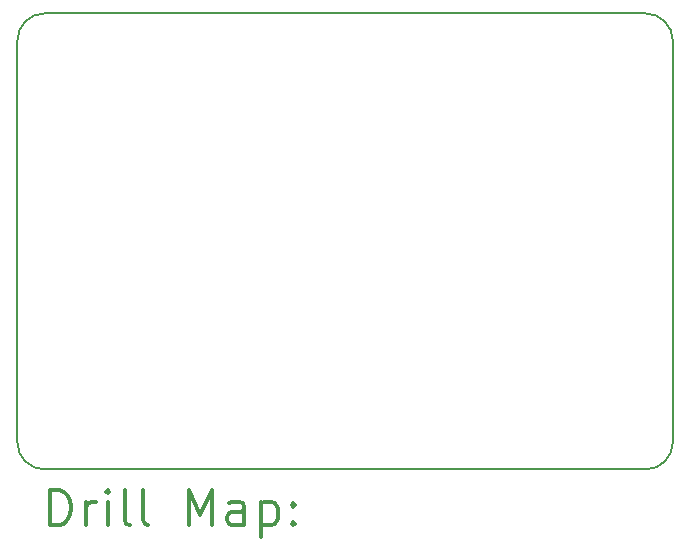
<source format=gbr>
%FSLAX45Y45*%
G04 Gerber Fmt 4.5, Leading zero omitted, Abs format (unit mm)*
G04 Created by KiCad (PCBNEW (5.1.6)-1) date 2021-06-26 13:41:21*
%MOMM*%
%LPD*%
G01*
G04 APERTURE LIST*
%TA.AperFunction,Profile*%
%ADD10C,0.150000*%
%TD*%
%ADD11C,0.200000*%
%ADD12C,0.300000*%
G04 APERTURE END LIST*
D10*
X11660000Y-7140000D02*
X16750000Y-7140000D01*
X16750000Y-3280000D02*
X11660000Y-3280000D01*
X11430000Y-6910000D02*
X11430000Y-3510000D01*
X11660000Y-7140000D02*
G75*
G02*
X11430000Y-6910000I0J230000D01*
G01*
X11430000Y-3510000D02*
G75*
G02*
X11660000Y-3280000I230000J0D01*
G01*
X16980000Y-3510000D02*
X16980000Y-6910000D01*
X16980000Y-6910000D02*
G75*
G02*
X16750000Y-7140000I-230000J0D01*
G01*
X16750000Y-3280000D02*
G75*
G02*
X16980000Y-3510000I0J-230000D01*
G01*
D11*
D12*
X11708928Y-7613214D02*
X11708928Y-7313214D01*
X11780357Y-7313214D01*
X11823214Y-7327500D01*
X11851786Y-7356071D01*
X11866071Y-7384643D01*
X11880357Y-7441786D01*
X11880357Y-7484643D01*
X11866071Y-7541786D01*
X11851786Y-7570357D01*
X11823214Y-7598929D01*
X11780357Y-7613214D01*
X11708928Y-7613214D01*
X12008928Y-7613214D02*
X12008928Y-7413214D01*
X12008928Y-7470357D02*
X12023214Y-7441786D01*
X12037500Y-7427500D01*
X12066071Y-7413214D01*
X12094643Y-7413214D01*
X12194643Y-7613214D02*
X12194643Y-7413214D01*
X12194643Y-7313214D02*
X12180357Y-7327500D01*
X12194643Y-7341786D01*
X12208928Y-7327500D01*
X12194643Y-7313214D01*
X12194643Y-7341786D01*
X12380357Y-7613214D02*
X12351786Y-7598929D01*
X12337500Y-7570357D01*
X12337500Y-7313214D01*
X12537500Y-7613214D02*
X12508928Y-7598929D01*
X12494643Y-7570357D01*
X12494643Y-7313214D01*
X12880357Y-7613214D02*
X12880357Y-7313214D01*
X12980357Y-7527500D01*
X13080357Y-7313214D01*
X13080357Y-7613214D01*
X13351786Y-7613214D02*
X13351786Y-7456071D01*
X13337500Y-7427500D01*
X13308928Y-7413214D01*
X13251786Y-7413214D01*
X13223214Y-7427500D01*
X13351786Y-7598929D02*
X13323214Y-7613214D01*
X13251786Y-7613214D01*
X13223214Y-7598929D01*
X13208928Y-7570357D01*
X13208928Y-7541786D01*
X13223214Y-7513214D01*
X13251786Y-7498929D01*
X13323214Y-7498929D01*
X13351786Y-7484643D01*
X13494643Y-7413214D02*
X13494643Y-7713214D01*
X13494643Y-7427500D02*
X13523214Y-7413214D01*
X13580357Y-7413214D01*
X13608928Y-7427500D01*
X13623214Y-7441786D01*
X13637500Y-7470357D01*
X13637500Y-7556071D01*
X13623214Y-7584643D01*
X13608928Y-7598929D01*
X13580357Y-7613214D01*
X13523214Y-7613214D01*
X13494643Y-7598929D01*
X13766071Y-7584643D02*
X13780357Y-7598929D01*
X13766071Y-7613214D01*
X13751786Y-7598929D01*
X13766071Y-7584643D01*
X13766071Y-7613214D01*
X13766071Y-7427500D02*
X13780357Y-7441786D01*
X13766071Y-7456071D01*
X13751786Y-7441786D01*
X13766071Y-7427500D01*
X13766071Y-7456071D01*
M02*

</source>
